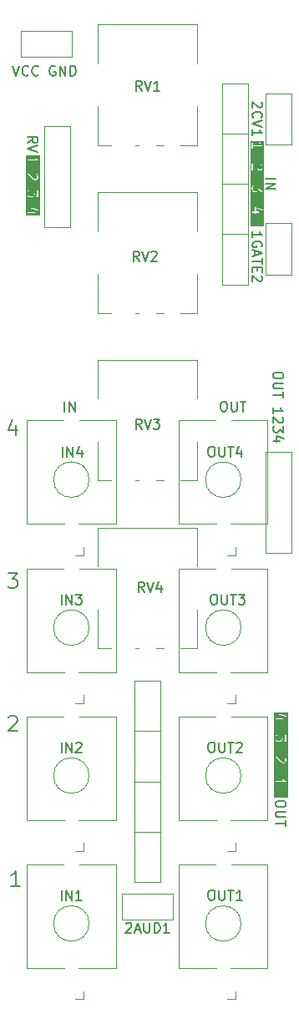
<source format=gbr>
%TF.GenerationSoftware,KiCad,Pcbnew,8.0.5*%
%TF.CreationDate,2024-12-18T11:45:47+00:00*%
%TF.ProjectId,EuroRackPotsJacks,4575726f-5261-4636-9b50-6f74734a6163,rev?*%
%TF.SameCoordinates,Original*%
%TF.FileFunction,Legend,Top*%
%TF.FilePolarity,Positive*%
%FSLAX46Y46*%
G04 Gerber Fmt 4.6, Leading zero omitted, Abs format (unit mm)*
G04 Created by KiCad (PCBNEW 8.0.5) date 2024-12-18 11:45:47*
%MOMM*%
%LPD*%
G01*
G04 APERTURE LIST*
%ADD10C,0.100000*%
%ADD11C,0.150000*%
%ADD12C,0.200000*%
%ADD13C,0.187500*%
%ADD14C,0.120000*%
G04 APERTURE END LIST*
D10*
X75251705Y-61459436D02*
X72644000Y-61459436D01*
X75244436Y-71631898D02*
X72644000Y-71631898D01*
X75244000Y-66543000D02*
X72584000Y-66543000D01*
X66264095Y-132194862D02*
X63724095Y-132194862D01*
X66263659Y-127110964D02*
X63723659Y-127110964D01*
X66271364Y-122022400D02*
X63731364Y-122022400D01*
D11*
X62809714Y-141536057D02*
X62857333Y-141488438D01*
X62857333Y-141488438D02*
X62952571Y-141440819D01*
X62952571Y-141440819D02*
X63190666Y-141440819D01*
X63190666Y-141440819D02*
X63285904Y-141488438D01*
X63285904Y-141488438D02*
X63333523Y-141536057D01*
X63333523Y-141536057D02*
X63381142Y-141631295D01*
X63381142Y-141631295D02*
X63381142Y-141726533D01*
X63381142Y-141726533D02*
X63333523Y-141869390D01*
X63333523Y-141869390D02*
X62762095Y-142440819D01*
X62762095Y-142440819D02*
X63381142Y-142440819D01*
X63762095Y-142155104D02*
X64238285Y-142155104D01*
X63666857Y-142440819D02*
X64000190Y-141440819D01*
X64000190Y-141440819D02*
X64333523Y-142440819D01*
X64666857Y-141440819D02*
X64666857Y-142250342D01*
X64666857Y-142250342D02*
X64714476Y-142345580D01*
X64714476Y-142345580D02*
X64762095Y-142393200D01*
X64762095Y-142393200D02*
X64857333Y-142440819D01*
X64857333Y-142440819D02*
X65047809Y-142440819D01*
X65047809Y-142440819D02*
X65143047Y-142393200D01*
X65143047Y-142393200D02*
X65190666Y-142345580D01*
X65190666Y-142345580D02*
X65238285Y-142250342D01*
X65238285Y-142250342D02*
X65238285Y-141440819D01*
X65714476Y-142440819D02*
X65714476Y-141440819D01*
X65714476Y-141440819D02*
X65952571Y-141440819D01*
X65952571Y-141440819D02*
X66095428Y-141488438D01*
X66095428Y-141488438D02*
X66190666Y-141583676D01*
X66190666Y-141583676D02*
X66238285Y-141678914D01*
X66238285Y-141678914D02*
X66285904Y-141869390D01*
X66285904Y-141869390D02*
X66285904Y-142012247D01*
X66285904Y-142012247D02*
X66238285Y-142202723D01*
X66238285Y-142202723D02*
X66190666Y-142297961D01*
X66190666Y-142297961D02*
X66095428Y-142393200D01*
X66095428Y-142393200D02*
X65952571Y-142440819D01*
X65952571Y-142440819D02*
X65714476Y-142440819D01*
X67238285Y-142440819D02*
X66666857Y-142440819D01*
X66952571Y-142440819D02*
X66952571Y-141440819D01*
X66952571Y-141440819D02*
X66857333Y-141583676D01*
X66857333Y-141583676D02*
X66762095Y-141678914D01*
X66762095Y-141678914D02*
X66666857Y-141726533D01*
X56626191Y-89608819D02*
X56626191Y-88608819D01*
X57102381Y-89608819D02*
X57102381Y-88608819D01*
X57102381Y-88608819D02*
X57673809Y-89608819D01*
X57673809Y-89608819D02*
X57673809Y-88608819D01*
X72660000Y-88608819D02*
X72850476Y-88608819D01*
X72850476Y-88608819D02*
X72945714Y-88656438D01*
X72945714Y-88656438D02*
X73040952Y-88751676D01*
X73040952Y-88751676D02*
X73088571Y-88942152D01*
X73088571Y-88942152D02*
X73088571Y-89275485D01*
X73088571Y-89275485D02*
X73040952Y-89465961D01*
X73040952Y-89465961D02*
X72945714Y-89561200D01*
X72945714Y-89561200D02*
X72850476Y-89608819D01*
X72850476Y-89608819D02*
X72660000Y-89608819D01*
X72660000Y-89608819D02*
X72564762Y-89561200D01*
X72564762Y-89561200D02*
X72469524Y-89465961D01*
X72469524Y-89465961D02*
X72421905Y-89275485D01*
X72421905Y-89275485D02*
X72421905Y-88942152D01*
X72421905Y-88942152D02*
X72469524Y-88751676D01*
X72469524Y-88751676D02*
X72564762Y-88656438D01*
X72564762Y-88656438D02*
X72660000Y-88608819D01*
X73517143Y-88608819D02*
X73517143Y-89418342D01*
X73517143Y-89418342D02*
X73564762Y-89513580D01*
X73564762Y-89513580D02*
X73612381Y-89561200D01*
X73612381Y-89561200D02*
X73707619Y-89608819D01*
X73707619Y-89608819D02*
X73898095Y-89608819D01*
X73898095Y-89608819D02*
X73993333Y-89561200D01*
X73993333Y-89561200D02*
X74040952Y-89513580D01*
X74040952Y-89513580D02*
X74088571Y-89418342D01*
X74088571Y-89418342D02*
X74088571Y-88608819D01*
X74421905Y-88608819D02*
X74993333Y-88608819D01*
X74707619Y-89608819D02*
X74707619Y-88608819D01*
X78777180Y-85868285D02*
X78777180Y-86058761D01*
X78777180Y-86058761D02*
X78729561Y-86153999D01*
X78729561Y-86153999D02*
X78634323Y-86249237D01*
X78634323Y-86249237D02*
X78443847Y-86296856D01*
X78443847Y-86296856D02*
X78110514Y-86296856D01*
X78110514Y-86296856D02*
X77920038Y-86249237D01*
X77920038Y-86249237D02*
X77824800Y-86153999D01*
X77824800Y-86153999D02*
X77777180Y-86058761D01*
X77777180Y-86058761D02*
X77777180Y-85868285D01*
X77777180Y-85868285D02*
X77824800Y-85773047D01*
X77824800Y-85773047D02*
X77920038Y-85677809D01*
X77920038Y-85677809D02*
X78110514Y-85630190D01*
X78110514Y-85630190D02*
X78443847Y-85630190D01*
X78443847Y-85630190D02*
X78634323Y-85677809D01*
X78634323Y-85677809D02*
X78729561Y-85773047D01*
X78729561Y-85773047D02*
X78777180Y-85868285D01*
X78777180Y-86725428D02*
X77967657Y-86725428D01*
X77967657Y-86725428D02*
X77872419Y-86773047D01*
X77872419Y-86773047D02*
X77824800Y-86820666D01*
X77824800Y-86820666D02*
X77777180Y-86915904D01*
X77777180Y-86915904D02*
X77777180Y-87106380D01*
X77777180Y-87106380D02*
X77824800Y-87201618D01*
X77824800Y-87201618D02*
X77872419Y-87249237D01*
X77872419Y-87249237D02*
X77967657Y-87296856D01*
X77967657Y-87296856D02*
X78777180Y-87296856D01*
X78777180Y-87630190D02*
X78777180Y-88201618D01*
X77777180Y-87915904D02*
X78777180Y-87915904D01*
X77777180Y-89820666D02*
X77777180Y-89249238D01*
X77777180Y-89534952D02*
X78777180Y-89534952D01*
X78777180Y-89534952D02*
X78634323Y-89439714D01*
X78634323Y-89439714D02*
X78539085Y-89344476D01*
X78539085Y-89344476D02*
X78491466Y-89249238D01*
X78681942Y-90201619D02*
X78729561Y-90249238D01*
X78729561Y-90249238D02*
X78777180Y-90344476D01*
X78777180Y-90344476D02*
X78777180Y-90582571D01*
X78777180Y-90582571D02*
X78729561Y-90677809D01*
X78729561Y-90677809D02*
X78681942Y-90725428D01*
X78681942Y-90725428D02*
X78586704Y-90773047D01*
X78586704Y-90773047D02*
X78491466Y-90773047D01*
X78491466Y-90773047D02*
X78348609Y-90725428D01*
X78348609Y-90725428D02*
X77777180Y-90154000D01*
X77777180Y-90154000D02*
X77777180Y-90773047D01*
X78777180Y-91106381D02*
X78777180Y-91725428D01*
X78777180Y-91725428D02*
X78396228Y-91392095D01*
X78396228Y-91392095D02*
X78396228Y-91534952D01*
X78396228Y-91534952D02*
X78348609Y-91630190D01*
X78348609Y-91630190D02*
X78300990Y-91677809D01*
X78300990Y-91677809D02*
X78205752Y-91725428D01*
X78205752Y-91725428D02*
X77967657Y-91725428D01*
X77967657Y-91725428D02*
X77872419Y-91677809D01*
X77872419Y-91677809D02*
X77824800Y-91630190D01*
X77824800Y-91630190D02*
X77777180Y-91534952D01*
X77777180Y-91534952D02*
X77777180Y-91249238D01*
X77777180Y-91249238D02*
X77824800Y-91154000D01*
X77824800Y-91154000D02*
X77872419Y-91106381D01*
X78443847Y-92582571D02*
X77777180Y-92582571D01*
X78824800Y-92344476D02*
X78110514Y-92106381D01*
X78110514Y-92106381D02*
X78110514Y-92725428D01*
D12*
X51371905Y-54570219D02*
X51705238Y-55570219D01*
X51705238Y-55570219D02*
X52038571Y-54570219D01*
X52943333Y-55474980D02*
X52895714Y-55522600D01*
X52895714Y-55522600D02*
X52752857Y-55570219D01*
X52752857Y-55570219D02*
X52657619Y-55570219D01*
X52657619Y-55570219D02*
X52514762Y-55522600D01*
X52514762Y-55522600D02*
X52419524Y-55427361D01*
X52419524Y-55427361D02*
X52371905Y-55332123D01*
X52371905Y-55332123D02*
X52324286Y-55141647D01*
X52324286Y-55141647D02*
X52324286Y-54998790D01*
X52324286Y-54998790D02*
X52371905Y-54808314D01*
X52371905Y-54808314D02*
X52419524Y-54713076D01*
X52419524Y-54713076D02*
X52514762Y-54617838D01*
X52514762Y-54617838D02*
X52657619Y-54570219D01*
X52657619Y-54570219D02*
X52752857Y-54570219D01*
X52752857Y-54570219D02*
X52895714Y-54617838D01*
X52895714Y-54617838D02*
X52943333Y-54665457D01*
X53943333Y-55474980D02*
X53895714Y-55522600D01*
X53895714Y-55522600D02*
X53752857Y-55570219D01*
X53752857Y-55570219D02*
X53657619Y-55570219D01*
X53657619Y-55570219D02*
X53514762Y-55522600D01*
X53514762Y-55522600D02*
X53419524Y-55427361D01*
X53419524Y-55427361D02*
X53371905Y-55332123D01*
X53371905Y-55332123D02*
X53324286Y-55141647D01*
X53324286Y-55141647D02*
X53324286Y-54998790D01*
X53324286Y-54998790D02*
X53371905Y-54808314D01*
X53371905Y-54808314D02*
X53419524Y-54713076D01*
X53419524Y-54713076D02*
X53514762Y-54617838D01*
X53514762Y-54617838D02*
X53657619Y-54570219D01*
X53657619Y-54570219D02*
X53752857Y-54570219D01*
X53752857Y-54570219D02*
X53895714Y-54617838D01*
X53895714Y-54617838D02*
X53943333Y-54665457D01*
X55657619Y-54617838D02*
X55562381Y-54570219D01*
X55562381Y-54570219D02*
X55419524Y-54570219D01*
X55419524Y-54570219D02*
X55276667Y-54617838D01*
X55276667Y-54617838D02*
X55181429Y-54713076D01*
X55181429Y-54713076D02*
X55133810Y-54808314D01*
X55133810Y-54808314D02*
X55086191Y-54998790D01*
X55086191Y-54998790D02*
X55086191Y-55141647D01*
X55086191Y-55141647D02*
X55133810Y-55332123D01*
X55133810Y-55332123D02*
X55181429Y-55427361D01*
X55181429Y-55427361D02*
X55276667Y-55522600D01*
X55276667Y-55522600D02*
X55419524Y-55570219D01*
X55419524Y-55570219D02*
X55514762Y-55570219D01*
X55514762Y-55570219D02*
X55657619Y-55522600D01*
X55657619Y-55522600D02*
X55705238Y-55474980D01*
X55705238Y-55474980D02*
X55705238Y-55141647D01*
X55705238Y-55141647D02*
X55514762Y-55141647D01*
X56133810Y-55570219D02*
X56133810Y-54570219D01*
X56133810Y-54570219D02*
X56705238Y-55570219D01*
X56705238Y-55570219D02*
X56705238Y-54570219D01*
X57181429Y-55570219D02*
X57181429Y-54570219D01*
X57181429Y-54570219D02*
X57419524Y-54570219D01*
X57419524Y-54570219D02*
X57562381Y-54617838D01*
X57562381Y-54617838D02*
X57657619Y-54713076D01*
X57657619Y-54713076D02*
X57705238Y-54808314D01*
X57705238Y-54808314D02*
X57752857Y-54998790D01*
X57752857Y-54998790D02*
X57752857Y-55141647D01*
X57752857Y-55141647D02*
X57705238Y-55332123D01*
X57705238Y-55332123D02*
X57657619Y-55427361D01*
X57657619Y-55427361D02*
X57562381Y-55522600D01*
X57562381Y-55522600D02*
X57419524Y-55570219D01*
X57419524Y-55570219D02*
X57181429Y-55570219D01*
D10*
G36*
X79237185Y-128760162D02*
G01*
X77867469Y-128760162D01*
X77867469Y-127840952D01*
X78359533Y-127840952D01*
X78359533Y-128602857D01*
X78363339Y-128621991D01*
X78390399Y-128649051D01*
X78428667Y-128649051D01*
X78455727Y-128621991D01*
X78459533Y-128602857D01*
X78459533Y-127840952D01*
X78455727Y-127821818D01*
X78428667Y-127794758D01*
X78390399Y-127794758D01*
X78363339Y-127821818D01*
X78359533Y-127840952D01*
X77867469Y-127840952D01*
X77867469Y-126840952D01*
X77978580Y-126840952D01*
X77978580Y-127412380D01*
X77982386Y-127431514D01*
X78009446Y-127458574D01*
X78047714Y-127458574D01*
X78074774Y-127431514D01*
X78078580Y-127412380D01*
X78078580Y-127176666D01*
X79028580Y-127176666D01*
X79047714Y-127172860D01*
X79051354Y-127169219D01*
X79056402Y-127168210D01*
X79064479Y-127156094D01*
X79074774Y-127145800D01*
X79074774Y-127140653D01*
X79077630Y-127136370D01*
X79074774Y-127122091D01*
X79074774Y-127107532D01*
X79071133Y-127103891D01*
X79070124Y-127098844D01*
X79056315Y-127085064D01*
X78917574Y-126992569D01*
X78831578Y-126906573D01*
X78787587Y-126818591D01*
X78775626Y-126803179D01*
X78739321Y-126791078D01*
X78705093Y-126808192D01*
X78692992Y-126844497D01*
X78698145Y-126863313D01*
X78745763Y-126958550D01*
X78750678Y-126964883D01*
X78755130Y-126971545D01*
X78850368Y-127066783D01*
X78854481Y-127069531D01*
X78857988Y-127073031D01*
X78863441Y-127076666D01*
X78078580Y-127076666D01*
X78078580Y-126840952D01*
X78074774Y-126821818D01*
X78047714Y-126794758D01*
X78009446Y-126794758D01*
X77982386Y-126821818D01*
X77978580Y-126840952D01*
X77867469Y-126840952D01*
X77867469Y-125650476D01*
X78359533Y-125650476D01*
X78359533Y-126412381D01*
X78363339Y-126431515D01*
X78390399Y-126458575D01*
X78428667Y-126458575D01*
X78455727Y-126431515D01*
X78459533Y-126412381D01*
X78459533Y-125650476D01*
X78455727Y-125631342D01*
X78428667Y-125604282D01*
X78390399Y-125604282D01*
X78363339Y-125631342D01*
X78359533Y-125650476D01*
X77867469Y-125650476D01*
X77867469Y-124602857D01*
X77978580Y-124602857D01*
X77978580Y-125221904D01*
X77982386Y-125241038D01*
X78009446Y-125268098D01*
X78047714Y-125268098D01*
X78074774Y-125241038D01*
X78078580Y-125221904D01*
X78078580Y-124723566D01*
X78564654Y-125209640D01*
X78566735Y-125211030D01*
X78567249Y-125212058D01*
X78574214Y-125216028D01*
X78580875Y-125220479D01*
X78582023Y-125220479D01*
X78584198Y-125221719D01*
X78727054Y-125269338D01*
X78735004Y-125270340D01*
X78742866Y-125271904D01*
X78838104Y-125271904D01*
X78840560Y-125271415D01*
X78841649Y-125271778D01*
X78849376Y-125269661D01*
X78857238Y-125268098D01*
X78858049Y-125267286D01*
X78860465Y-125266625D01*
X78955702Y-125219007D01*
X78962035Y-125214091D01*
X78968697Y-125209640D01*
X79016316Y-125162022D01*
X79020770Y-125155355D01*
X79025682Y-125149027D01*
X79073301Y-125053789D01*
X79073962Y-125051373D01*
X79074774Y-125050562D01*
X79076337Y-125042700D01*
X79078454Y-125034973D01*
X79078091Y-125033884D01*
X79078580Y-125031428D01*
X79078580Y-124793333D01*
X79078091Y-124790876D01*
X79078454Y-124789788D01*
X79076337Y-124782060D01*
X79074774Y-124774199D01*
X79073962Y-124773387D01*
X79073301Y-124770972D01*
X79025682Y-124675734D01*
X79020770Y-124669405D01*
X79016316Y-124662739D01*
X78968697Y-124615121D01*
X78952476Y-124604282D01*
X78914208Y-124604282D01*
X78887148Y-124631342D01*
X78887148Y-124669610D01*
X78897987Y-124685831D01*
X78939868Y-124727713D01*
X78978580Y-124805136D01*
X78978580Y-125019624D01*
X78939868Y-125097047D01*
X78903724Y-125133192D01*
X78826301Y-125171904D01*
X78750979Y-125171904D01*
X78627017Y-125130583D01*
X78063935Y-124567502D01*
X78047714Y-124556663D01*
X78009446Y-124556663D01*
X77982386Y-124583723D01*
X77978580Y-124602857D01*
X77867469Y-124602857D01*
X77867469Y-123460000D01*
X78359533Y-123460000D01*
X78359533Y-124221905D01*
X78363339Y-124241039D01*
X78390399Y-124268099D01*
X78428667Y-124268099D01*
X78455727Y-124241039D01*
X78459533Y-124221905D01*
X78459533Y-123460000D01*
X78455727Y-123440866D01*
X78428667Y-123413806D01*
X78390399Y-123413806D01*
X78363339Y-123440866D01*
X78359533Y-123460000D01*
X77867469Y-123460000D01*
X77867469Y-122555238D01*
X77978580Y-122555238D01*
X77978580Y-122840952D01*
X77979068Y-122843408D01*
X77978706Y-122844497D01*
X77980822Y-122852224D01*
X77982386Y-122860086D01*
X77983197Y-122860897D01*
X77983859Y-122863313D01*
X78031479Y-122958551D01*
X78036394Y-122964885D01*
X78040845Y-122971545D01*
X78088463Y-123019164D01*
X78095129Y-123023618D01*
X78101458Y-123028530D01*
X78196696Y-123076149D01*
X78199111Y-123076810D01*
X78199923Y-123077622D01*
X78207784Y-123079185D01*
X78215512Y-123081302D01*
X78216600Y-123080939D01*
X78219057Y-123081428D01*
X78457152Y-123081428D01*
X78459608Y-123080939D01*
X78460697Y-123081302D01*
X78468424Y-123079185D01*
X78476286Y-123077622D01*
X78477097Y-123076810D01*
X78479513Y-123076149D01*
X78574750Y-123028531D01*
X78581083Y-123023615D01*
X78587745Y-123019164D01*
X78635364Y-122971546D01*
X78639818Y-122964879D01*
X78644730Y-122958551D01*
X78692349Y-122863313D01*
X78693010Y-122860897D01*
X78693822Y-122860086D01*
X78695385Y-122852224D01*
X78697502Y-122844497D01*
X78697139Y-122843408D01*
X78697628Y-122840952D01*
X78697628Y-122808283D01*
X78995655Y-123069057D01*
X79007975Y-123076151D01*
X79009446Y-123077622D01*
X79010529Y-123077622D01*
X79012561Y-123078792D01*
X79030115Y-123077622D01*
X79047714Y-123077622D01*
X79048970Y-123076365D01*
X79050745Y-123076247D01*
X79062333Y-123063002D01*
X79074774Y-123050562D01*
X79075231Y-123048261D01*
X79075944Y-123047447D01*
X79075805Y-123045374D01*
X79078580Y-123031428D01*
X79078580Y-122412381D01*
X79074774Y-122393247D01*
X79047714Y-122366187D01*
X79009446Y-122366187D01*
X78982386Y-122393247D01*
X78978580Y-122412381D01*
X78978580Y-122921239D01*
X78680553Y-122660466D01*
X78668232Y-122653371D01*
X78666762Y-122651901D01*
X78665679Y-122651901D01*
X78663647Y-122650731D01*
X78646093Y-122651901D01*
X78628494Y-122651901D01*
X78627237Y-122653157D01*
X78625463Y-122653276D01*
X78613874Y-122666520D01*
X78601434Y-122678961D01*
X78600976Y-122681261D01*
X78600264Y-122682076D01*
X78600402Y-122684148D01*
X78597628Y-122698095D01*
X78597628Y-122829148D01*
X78558916Y-122906571D01*
X78522772Y-122942716D01*
X78445349Y-122981428D01*
X78230861Y-122981428D01*
X78153437Y-122942716D01*
X78117292Y-122906572D01*
X78078580Y-122829148D01*
X78078580Y-122567041D01*
X78117292Y-122489617D01*
X78159174Y-122447737D01*
X78170013Y-122431516D01*
X78170013Y-122393247D01*
X78142953Y-122366187D01*
X78104684Y-122366187D01*
X78088463Y-122377026D01*
X78040845Y-122424645D01*
X78036394Y-122431304D01*
X78031479Y-122437639D01*
X77983859Y-122532877D01*
X77983197Y-122535292D01*
X77982386Y-122536104D01*
X77980822Y-122543965D01*
X77978706Y-122551693D01*
X77979068Y-122552781D01*
X77978580Y-122555238D01*
X77867469Y-122555238D01*
X77867469Y-121269524D01*
X78359533Y-121269524D01*
X78359533Y-122031429D01*
X78363339Y-122050563D01*
X78390399Y-122077623D01*
X78428667Y-122077623D01*
X78455727Y-122050563D01*
X78459533Y-122031429D01*
X78459533Y-121269524D01*
X78455727Y-121250390D01*
X78428667Y-121223330D01*
X78390399Y-121223330D01*
X78363339Y-121250390D01*
X78359533Y-121269524D01*
X77867469Y-121269524D01*
X77867469Y-120726580D01*
X77982386Y-120726580D01*
X77982386Y-120764848D01*
X78009446Y-120791908D01*
X78028580Y-120795714D01*
X78311914Y-120795714D01*
X78311914Y-120888571D01*
X78315720Y-120907705D01*
X78342780Y-120934765D01*
X78381048Y-120934765D01*
X78408108Y-120907705D01*
X78411914Y-120888571D01*
X78411914Y-120795714D01*
X78695247Y-120795714D01*
X78714381Y-120791908D01*
X78741441Y-120764848D01*
X78741441Y-120726580D01*
X78714381Y-120699520D01*
X78695247Y-120695714D01*
X78411914Y-120695714D01*
X78411914Y-120338895D01*
X79060388Y-120555053D01*
X79079744Y-120557493D01*
X79113972Y-120540379D01*
X79126074Y-120504075D01*
X79108959Y-120469846D01*
X79092011Y-120460185D01*
X78377725Y-120222090D01*
X78358370Y-120219650D01*
X78351010Y-120223330D01*
X78342780Y-120223330D01*
X78334550Y-120231559D01*
X78324141Y-120236764D01*
X78321538Y-120244571D01*
X78315720Y-120250390D01*
X78311914Y-120269524D01*
X78311914Y-120695714D01*
X78028580Y-120695714D01*
X78009446Y-120699520D01*
X77982386Y-120726580D01*
X77867469Y-120726580D01*
X77867469Y-120108539D01*
X79237185Y-120108539D01*
X79237185Y-128760162D01*
G37*
D11*
X79031180Y-129302000D02*
X79031180Y-129492476D01*
X79031180Y-129492476D02*
X78983561Y-129587714D01*
X78983561Y-129587714D02*
X78888323Y-129682952D01*
X78888323Y-129682952D02*
X78697847Y-129730571D01*
X78697847Y-129730571D02*
X78364514Y-129730571D01*
X78364514Y-129730571D02*
X78174038Y-129682952D01*
X78174038Y-129682952D02*
X78078800Y-129587714D01*
X78078800Y-129587714D02*
X78031180Y-129492476D01*
X78031180Y-129492476D02*
X78031180Y-129302000D01*
X78031180Y-129302000D02*
X78078800Y-129206762D01*
X78078800Y-129206762D02*
X78174038Y-129111524D01*
X78174038Y-129111524D02*
X78364514Y-129063905D01*
X78364514Y-129063905D02*
X78697847Y-129063905D01*
X78697847Y-129063905D02*
X78888323Y-129111524D01*
X78888323Y-129111524D02*
X78983561Y-129206762D01*
X78983561Y-129206762D02*
X79031180Y-129302000D01*
X79031180Y-130159143D02*
X78221657Y-130159143D01*
X78221657Y-130159143D02*
X78126419Y-130206762D01*
X78126419Y-130206762D02*
X78078800Y-130254381D01*
X78078800Y-130254381D02*
X78031180Y-130349619D01*
X78031180Y-130349619D02*
X78031180Y-130540095D01*
X78031180Y-130540095D02*
X78078800Y-130635333D01*
X78078800Y-130635333D02*
X78126419Y-130682952D01*
X78126419Y-130682952D02*
X78221657Y-130730571D01*
X78221657Y-130730571D02*
X79031180Y-130730571D01*
X79031180Y-131063905D02*
X79031180Y-131635333D01*
X78031180Y-131349619D02*
X79031180Y-131349619D01*
X76549942Y-58253524D02*
X76597561Y-58301143D01*
X76597561Y-58301143D02*
X76645180Y-58396381D01*
X76645180Y-58396381D02*
X76645180Y-58634476D01*
X76645180Y-58634476D02*
X76597561Y-58729714D01*
X76597561Y-58729714D02*
X76549942Y-58777333D01*
X76549942Y-58777333D02*
X76454704Y-58824952D01*
X76454704Y-58824952D02*
X76359466Y-58824952D01*
X76359466Y-58824952D02*
X76216609Y-58777333D01*
X76216609Y-58777333D02*
X75645180Y-58205905D01*
X75645180Y-58205905D02*
X75645180Y-58824952D01*
X75740419Y-59824952D02*
X75692800Y-59777333D01*
X75692800Y-59777333D02*
X75645180Y-59634476D01*
X75645180Y-59634476D02*
X75645180Y-59539238D01*
X75645180Y-59539238D02*
X75692800Y-59396381D01*
X75692800Y-59396381D02*
X75788038Y-59301143D01*
X75788038Y-59301143D02*
X75883276Y-59253524D01*
X75883276Y-59253524D02*
X76073752Y-59205905D01*
X76073752Y-59205905D02*
X76216609Y-59205905D01*
X76216609Y-59205905D02*
X76407085Y-59253524D01*
X76407085Y-59253524D02*
X76502323Y-59301143D01*
X76502323Y-59301143D02*
X76597561Y-59396381D01*
X76597561Y-59396381D02*
X76645180Y-59539238D01*
X76645180Y-59539238D02*
X76645180Y-59634476D01*
X76645180Y-59634476D02*
X76597561Y-59777333D01*
X76597561Y-59777333D02*
X76549942Y-59824952D01*
X76645180Y-60110667D02*
X75645180Y-60444000D01*
X75645180Y-60444000D02*
X76645180Y-60777333D01*
X75645180Y-61634476D02*
X75645180Y-61063048D01*
X75645180Y-61348762D02*
X76645180Y-61348762D01*
X76645180Y-61348762D02*
X76502323Y-61253524D01*
X76502323Y-61253524D02*
X76407085Y-61158286D01*
X76407085Y-61158286D02*
X76359466Y-61063048D01*
X77015180Y-66024191D02*
X78015180Y-66024191D01*
X77015180Y-66500381D02*
X78015180Y-66500381D01*
X78015180Y-66500381D02*
X77015180Y-67071809D01*
X77015180Y-67071809D02*
X78015180Y-67071809D01*
X52885180Y-62364952D02*
X53361371Y-62031619D01*
X52885180Y-61793524D02*
X53885180Y-61793524D01*
X53885180Y-61793524D02*
X53885180Y-62174476D01*
X53885180Y-62174476D02*
X53837561Y-62269714D01*
X53837561Y-62269714D02*
X53789942Y-62317333D01*
X53789942Y-62317333D02*
X53694704Y-62364952D01*
X53694704Y-62364952D02*
X53551847Y-62364952D01*
X53551847Y-62364952D02*
X53456609Y-62317333D01*
X53456609Y-62317333D02*
X53408990Y-62269714D01*
X53408990Y-62269714D02*
X53361371Y-62174476D01*
X53361371Y-62174476D02*
X53361371Y-61793524D01*
X53885180Y-62650667D02*
X52885180Y-62984000D01*
X52885180Y-62984000D02*
X53885180Y-63317333D01*
D10*
G36*
X54091185Y-69737114D02*
G01*
X52721469Y-69737114D01*
X52721469Y-69417818D01*
X52836386Y-69417818D01*
X52836386Y-69456086D01*
X52863446Y-69483146D01*
X52882580Y-69486952D01*
X53165914Y-69486952D01*
X53165914Y-69579809D01*
X53169720Y-69598943D01*
X53196780Y-69626003D01*
X53235048Y-69626003D01*
X53262108Y-69598943D01*
X53265914Y-69579809D01*
X53265914Y-69486952D01*
X53549247Y-69486952D01*
X53568381Y-69483146D01*
X53595441Y-69456086D01*
X53595441Y-69417818D01*
X53568381Y-69390758D01*
X53549247Y-69386952D01*
X53265914Y-69386952D01*
X53265914Y-69030133D01*
X53914388Y-69246291D01*
X53933744Y-69248731D01*
X53967972Y-69231617D01*
X53980074Y-69195313D01*
X53962959Y-69161084D01*
X53946011Y-69151423D01*
X53231725Y-68913328D01*
X53212370Y-68910888D01*
X53205010Y-68914568D01*
X53196780Y-68914568D01*
X53188550Y-68922797D01*
X53178141Y-68928002D01*
X53175538Y-68935809D01*
X53169720Y-68941628D01*
X53165914Y-68960762D01*
X53165914Y-69386952D01*
X52882580Y-69386952D01*
X52863446Y-69390758D01*
X52836386Y-69417818D01*
X52721469Y-69417818D01*
X52721469Y-67341714D01*
X52832580Y-67341714D01*
X52832580Y-67627428D01*
X52833068Y-67629884D01*
X52832706Y-67630973D01*
X52834822Y-67638700D01*
X52836386Y-67646562D01*
X52837197Y-67647373D01*
X52837859Y-67649789D01*
X52885479Y-67745027D01*
X52890394Y-67751361D01*
X52894845Y-67758021D01*
X52942463Y-67805640D01*
X52949129Y-67810094D01*
X52955458Y-67815006D01*
X53050696Y-67862625D01*
X53053111Y-67863286D01*
X53053923Y-67864098D01*
X53061784Y-67865661D01*
X53069512Y-67867778D01*
X53070600Y-67867415D01*
X53073057Y-67867904D01*
X53311152Y-67867904D01*
X53313608Y-67867415D01*
X53314697Y-67867778D01*
X53322424Y-67865661D01*
X53330286Y-67864098D01*
X53331097Y-67863286D01*
X53333513Y-67862625D01*
X53428750Y-67815007D01*
X53435083Y-67810091D01*
X53441745Y-67805640D01*
X53489364Y-67758022D01*
X53493818Y-67751355D01*
X53498730Y-67745027D01*
X53546349Y-67649789D01*
X53547010Y-67647373D01*
X53547822Y-67646562D01*
X53549385Y-67638700D01*
X53551502Y-67630973D01*
X53551139Y-67629884D01*
X53551628Y-67627428D01*
X53551628Y-67594759D01*
X53849655Y-67855533D01*
X53861975Y-67862627D01*
X53863446Y-67864098D01*
X53864529Y-67864098D01*
X53866561Y-67865268D01*
X53884115Y-67864098D01*
X53901714Y-67864098D01*
X53902970Y-67862841D01*
X53904745Y-67862723D01*
X53916333Y-67849478D01*
X53928774Y-67837038D01*
X53929231Y-67834737D01*
X53929944Y-67833923D01*
X53929805Y-67831850D01*
X53932580Y-67817904D01*
X53932580Y-67198857D01*
X53928774Y-67179723D01*
X53901714Y-67152663D01*
X53863446Y-67152663D01*
X53836386Y-67179723D01*
X53832580Y-67198857D01*
X53832580Y-67707715D01*
X53534553Y-67446942D01*
X53522232Y-67439847D01*
X53520762Y-67438377D01*
X53519679Y-67438377D01*
X53517647Y-67437207D01*
X53500093Y-67438377D01*
X53482494Y-67438377D01*
X53481237Y-67439633D01*
X53479463Y-67439752D01*
X53467874Y-67452996D01*
X53455434Y-67465437D01*
X53454976Y-67467737D01*
X53454264Y-67468552D01*
X53454402Y-67470624D01*
X53451628Y-67484571D01*
X53451628Y-67615624D01*
X53412916Y-67693047D01*
X53376772Y-67729192D01*
X53299349Y-67767904D01*
X53084861Y-67767904D01*
X53007437Y-67729192D01*
X52971292Y-67693048D01*
X52932580Y-67615624D01*
X52932580Y-67353517D01*
X52971292Y-67276093D01*
X53013174Y-67234213D01*
X53024013Y-67217992D01*
X53024013Y-67179723D01*
X52996953Y-67152663D01*
X52958684Y-67152663D01*
X52942463Y-67163502D01*
X52894845Y-67211121D01*
X52890394Y-67217780D01*
X52885479Y-67224115D01*
X52837859Y-67319353D01*
X52837197Y-67321768D01*
X52836386Y-67322580D01*
X52834822Y-67330441D01*
X52832706Y-67338169D01*
X52833068Y-67339257D01*
X52832580Y-67341714D01*
X52721469Y-67341714D01*
X52721469Y-65484571D01*
X52832580Y-65484571D01*
X52832580Y-66103618D01*
X52836386Y-66122752D01*
X52863446Y-66149812D01*
X52901714Y-66149812D01*
X52928774Y-66122752D01*
X52932580Y-66103618D01*
X52932580Y-65605280D01*
X53418654Y-66091354D01*
X53420735Y-66092744D01*
X53421249Y-66093772D01*
X53428214Y-66097742D01*
X53434875Y-66102193D01*
X53436023Y-66102193D01*
X53438198Y-66103433D01*
X53581054Y-66151052D01*
X53589004Y-66152054D01*
X53596866Y-66153618D01*
X53692104Y-66153618D01*
X53694560Y-66153129D01*
X53695649Y-66153492D01*
X53703376Y-66151375D01*
X53711238Y-66149812D01*
X53712049Y-66149000D01*
X53714465Y-66148339D01*
X53809702Y-66100721D01*
X53816035Y-66095805D01*
X53822697Y-66091354D01*
X53870316Y-66043736D01*
X53874770Y-66037069D01*
X53879682Y-66030741D01*
X53927301Y-65935503D01*
X53927962Y-65933087D01*
X53928774Y-65932276D01*
X53930337Y-65924414D01*
X53932454Y-65916687D01*
X53932091Y-65915598D01*
X53932580Y-65913142D01*
X53932580Y-65675047D01*
X53932091Y-65672590D01*
X53932454Y-65671502D01*
X53930337Y-65663774D01*
X53928774Y-65655913D01*
X53927962Y-65655101D01*
X53927301Y-65652686D01*
X53879682Y-65557448D01*
X53874770Y-65551119D01*
X53870316Y-65544453D01*
X53822697Y-65496835D01*
X53806476Y-65485996D01*
X53768208Y-65485996D01*
X53741148Y-65513056D01*
X53741148Y-65551324D01*
X53751987Y-65567545D01*
X53793868Y-65609427D01*
X53832580Y-65686850D01*
X53832580Y-65901338D01*
X53793868Y-65978761D01*
X53757724Y-66014906D01*
X53680301Y-66053618D01*
X53604979Y-66053618D01*
X53481017Y-66012297D01*
X52917935Y-65449216D01*
X52901714Y-65438377D01*
X52863446Y-65438377D01*
X52836386Y-65465437D01*
X52832580Y-65484571D01*
X52721469Y-65484571D01*
X52721469Y-63817904D01*
X52832580Y-63817904D01*
X52832580Y-64389332D01*
X52836386Y-64408466D01*
X52863446Y-64435526D01*
X52901714Y-64435526D01*
X52928774Y-64408466D01*
X52932580Y-64389332D01*
X52932580Y-64153618D01*
X53882580Y-64153618D01*
X53901714Y-64149812D01*
X53905354Y-64146171D01*
X53910402Y-64145162D01*
X53918479Y-64133046D01*
X53928774Y-64122752D01*
X53928774Y-64117605D01*
X53931630Y-64113322D01*
X53928774Y-64099043D01*
X53928774Y-64084484D01*
X53925133Y-64080843D01*
X53924124Y-64075796D01*
X53910315Y-64062016D01*
X53771574Y-63969521D01*
X53685578Y-63883525D01*
X53641587Y-63795543D01*
X53629626Y-63780131D01*
X53593321Y-63768030D01*
X53559093Y-63785144D01*
X53546992Y-63821449D01*
X53552145Y-63840265D01*
X53599763Y-63935502D01*
X53604678Y-63941835D01*
X53609130Y-63948497D01*
X53704368Y-64043735D01*
X53708481Y-64046483D01*
X53711988Y-64049983D01*
X53717441Y-64053618D01*
X52932580Y-64053618D01*
X52932580Y-63817904D01*
X52928774Y-63798770D01*
X52901714Y-63771710D01*
X52863446Y-63771710D01*
X52836386Y-63798770D01*
X52832580Y-63817904D01*
X52721469Y-63817904D01*
X52721469Y-63656919D01*
X54091185Y-63656919D01*
X54091185Y-69737114D01*
G37*
D13*
X50883640Y-106002678D02*
X51812212Y-106002678D01*
X51812212Y-106002678D02*
X51312212Y-106574107D01*
X51312212Y-106574107D02*
X51526497Y-106574107D01*
X51526497Y-106574107D02*
X51669355Y-106645535D01*
X51669355Y-106645535D02*
X51740783Y-106716964D01*
X51740783Y-106716964D02*
X51812212Y-106859821D01*
X51812212Y-106859821D02*
X51812212Y-107216964D01*
X51812212Y-107216964D02*
X51740783Y-107359821D01*
X51740783Y-107359821D02*
X51669355Y-107431250D01*
X51669355Y-107431250D02*
X51526497Y-107502678D01*
X51526497Y-107502678D02*
X51097926Y-107502678D01*
X51097926Y-107502678D02*
X50955069Y-107431250D01*
X50955069Y-107431250D02*
X50883640Y-107359821D01*
X51669355Y-91008678D02*
X51669355Y-92008678D01*
X51312212Y-90437250D02*
X50955069Y-91508678D01*
X50955069Y-91508678D02*
X51883640Y-91508678D01*
D10*
G36*
X76851185Y-70848162D02*
G01*
X75481469Y-70848162D01*
X75481469Y-69928952D01*
X75973533Y-69928952D01*
X75973533Y-70690857D01*
X75977339Y-70709991D01*
X76004399Y-70737051D01*
X76042667Y-70737051D01*
X76069727Y-70709991D01*
X76073533Y-70690857D01*
X76073533Y-69928952D01*
X76069727Y-69909818D01*
X76042667Y-69882758D01*
X76004399Y-69882758D01*
X75977339Y-69909818D01*
X75973533Y-69928952D01*
X75481469Y-69928952D01*
X75481469Y-69386008D01*
X75596386Y-69386008D01*
X75596386Y-69424276D01*
X75623446Y-69451336D01*
X75642580Y-69455142D01*
X75925914Y-69455142D01*
X75925914Y-69547999D01*
X75929720Y-69567133D01*
X75956780Y-69594193D01*
X75995048Y-69594193D01*
X76022108Y-69567133D01*
X76025914Y-69547999D01*
X76025914Y-69455142D01*
X76309247Y-69455142D01*
X76328381Y-69451336D01*
X76355441Y-69424276D01*
X76355441Y-69386008D01*
X76328381Y-69358948D01*
X76309247Y-69355142D01*
X76025914Y-69355142D01*
X76025914Y-68998323D01*
X76674388Y-69214481D01*
X76693744Y-69216921D01*
X76727972Y-69199807D01*
X76740074Y-69163503D01*
X76722959Y-69129274D01*
X76706011Y-69119613D01*
X75991725Y-68881518D01*
X75972370Y-68879078D01*
X75965010Y-68882758D01*
X75956780Y-68882758D01*
X75948550Y-68890987D01*
X75938141Y-68896192D01*
X75935538Y-68903999D01*
X75929720Y-68909818D01*
X75925914Y-68928952D01*
X75925914Y-69355142D01*
X75642580Y-69355142D01*
X75623446Y-69358948D01*
X75596386Y-69386008D01*
X75481469Y-69386008D01*
X75481469Y-67738476D01*
X75973533Y-67738476D01*
X75973533Y-68500381D01*
X75977339Y-68519515D01*
X76004399Y-68546575D01*
X76042667Y-68546575D01*
X76069727Y-68519515D01*
X76073533Y-68500381D01*
X76073533Y-67738476D01*
X76069727Y-67719342D01*
X76042667Y-67692282D01*
X76004399Y-67692282D01*
X75977339Y-67719342D01*
X75973533Y-67738476D01*
X75481469Y-67738476D01*
X75481469Y-66833714D01*
X75592580Y-66833714D01*
X75592580Y-67119428D01*
X75593068Y-67121884D01*
X75592706Y-67122973D01*
X75594822Y-67130700D01*
X75596386Y-67138562D01*
X75597197Y-67139373D01*
X75597859Y-67141789D01*
X75645479Y-67237027D01*
X75650394Y-67243361D01*
X75654845Y-67250021D01*
X75702463Y-67297640D01*
X75709129Y-67302094D01*
X75715458Y-67307006D01*
X75810696Y-67354625D01*
X75813111Y-67355286D01*
X75813923Y-67356098D01*
X75821784Y-67357661D01*
X75829512Y-67359778D01*
X75830600Y-67359415D01*
X75833057Y-67359904D01*
X76071152Y-67359904D01*
X76073608Y-67359415D01*
X76074697Y-67359778D01*
X76082424Y-67357661D01*
X76090286Y-67356098D01*
X76091097Y-67355286D01*
X76093513Y-67354625D01*
X76188750Y-67307007D01*
X76195083Y-67302091D01*
X76201745Y-67297640D01*
X76249364Y-67250022D01*
X76253818Y-67243355D01*
X76258730Y-67237027D01*
X76306349Y-67141789D01*
X76307010Y-67139373D01*
X76307822Y-67138562D01*
X76309385Y-67130700D01*
X76311502Y-67122973D01*
X76311139Y-67121884D01*
X76311628Y-67119428D01*
X76311628Y-67086759D01*
X76609655Y-67347533D01*
X76621975Y-67354627D01*
X76623446Y-67356098D01*
X76624529Y-67356098D01*
X76626561Y-67357268D01*
X76644115Y-67356098D01*
X76661714Y-67356098D01*
X76662970Y-67354841D01*
X76664745Y-67354723D01*
X76676333Y-67341478D01*
X76688774Y-67329038D01*
X76689231Y-67326737D01*
X76689944Y-67325923D01*
X76689805Y-67323850D01*
X76692580Y-67309904D01*
X76692580Y-66690857D01*
X76688774Y-66671723D01*
X76661714Y-66644663D01*
X76623446Y-66644663D01*
X76596386Y-66671723D01*
X76592580Y-66690857D01*
X76592580Y-67199715D01*
X76294553Y-66938942D01*
X76282232Y-66931847D01*
X76280762Y-66930377D01*
X76279679Y-66930377D01*
X76277647Y-66929207D01*
X76260093Y-66930377D01*
X76242494Y-66930377D01*
X76241237Y-66931633D01*
X76239463Y-66931752D01*
X76227874Y-66944996D01*
X76215434Y-66957437D01*
X76214976Y-66959737D01*
X76214264Y-66960552D01*
X76214402Y-66962624D01*
X76211628Y-66976571D01*
X76211628Y-67107624D01*
X76172916Y-67185047D01*
X76136772Y-67221192D01*
X76059349Y-67259904D01*
X75844861Y-67259904D01*
X75767437Y-67221192D01*
X75731292Y-67185048D01*
X75692580Y-67107624D01*
X75692580Y-66845517D01*
X75731292Y-66768093D01*
X75773174Y-66726213D01*
X75784013Y-66709992D01*
X75784013Y-66671723D01*
X75756953Y-66644663D01*
X75718684Y-66644663D01*
X75702463Y-66655502D01*
X75654845Y-66703121D01*
X75650394Y-66709780D01*
X75645479Y-66716115D01*
X75597859Y-66811353D01*
X75597197Y-66813768D01*
X75596386Y-66814580D01*
X75594822Y-66822441D01*
X75592706Y-66830169D01*
X75593068Y-66831257D01*
X75592580Y-66833714D01*
X75481469Y-66833714D01*
X75481469Y-65548000D01*
X75973533Y-65548000D01*
X75973533Y-66309905D01*
X75977339Y-66329039D01*
X76004399Y-66356099D01*
X76042667Y-66356099D01*
X76069727Y-66329039D01*
X76073533Y-66309905D01*
X76073533Y-65548000D01*
X76069727Y-65528866D01*
X76042667Y-65501806D01*
X76004399Y-65501806D01*
X75977339Y-65528866D01*
X75973533Y-65548000D01*
X75481469Y-65548000D01*
X75481469Y-64500381D01*
X75592580Y-64500381D01*
X75592580Y-65119428D01*
X75596386Y-65138562D01*
X75623446Y-65165622D01*
X75661714Y-65165622D01*
X75688774Y-65138562D01*
X75692580Y-65119428D01*
X75692580Y-64621090D01*
X76178654Y-65107164D01*
X76180735Y-65108554D01*
X76181249Y-65109582D01*
X76188214Y-65113552D01*
X76194875Y-65118003D01*
X76196023Y-65118003D01*
X76198198Y-65119243D01*
X76341054Y-65166862D01*
X76349004Y-65167864D01*
X76356866Y-65169428D01*
X76452104Y-65169428D01*
X76454560Y-65168939D01*
X76455649Y-65169302D01*
X76463376Y-65167185D01*
X76471238Y-65165622D01*
X76472049Y-65164810D01*
X76474465Y-65164149D01*
X76569702Y-65116531D01*
X76576035Y-65111615D01*
X76582697Y-65107164D01*
X76630316Y-65059546D01*
X76634770Y-65052879D01*
X76639682Y-65046551D01*
X76687301Y-64951313D01*
X76687962Y-64948897D01*
X76688774Y-64948086D01*
X76690337Y-64940224D01*
X76692454Y-64932497D01*
X76692091Y-64931408D01*
X76692580Y-64928952D01*
X76692580Y-64690857D01*
X76692091Y-64688400D01*
X76692454Y-64687312D01*
X76690337Y-64679584D01*
X76688774Y-64671723D01*
X76687962Y-64670911D01*
X76687301Y-64668496D01*
X76639682Y-64573258D01*
X76634770Y-64566929D01*
X76630316Y-64560263D01*
X76582697Y-64512645D01*
X76566476Y-64501806D01*
X76528208Y-64501806D01*
X76501148Y-64528866D01*
X76501148Y-64567134D01*
X76511987Y-64583355D01*
X76553868Y-64625237D01*
X76592580Y-64702660D01*
X76592580Y-64917148D01*
X76553868Y-64994571D01*
X76517724Y-65030716D01*
X76440301Y-65069428D01*
X76364979Y-65069428D01*
X76241017Y-65028107D01*
X75677935Y-64465026D01*
X75661714Y-64454187D01*
X75623446Y-64454187D01*
X75596386Y-64481247D01*
X75592580Y-64500381D01*
X75481469Y-64500381D01*
X75481469Y-63357524D01*
X75973533Y-63357524D01*
X75973533Y-64119429D01*
X75977339Y-64138563D01*
X76004399Y-64165623D01*
X76042667Y-64165623D01*
X76069727Y-64138563D01*
X76073533Y-64119429D01*
X76073533Y-63357524D01*
X76069727Y-63338390D01*
X76042667Y-63311330D01*
X76004399Y-63311330D01*
X75977339Y-63338390D01*
X75973533Y-63357524D01*
X75481469Y-63357524D01*
X75481469Y-62357524D01*
X75592580Y-62357524D01*
X75592580Y-62928952D01*
X75596386Y-62948086D01*
X75623446Y-62975146D01*
X75661714Y-62975146D01*
X75688774Y-62948086D01*
X75692580Y-62928952D01*
X75692580Y-62693238D01*
X76642580Y-62693238D01*
X76661714Y-62689432D01*
X76665354Y-62685791D01*
X76670402Y-62684782D01*
X76678479Y-62672666D01*
X76688774Y-62662372D01*
X76688774Y-62657225D01*
X76691630Y-62652942D01*
X76688774Y-62638663D01*
X76688774Y-62624104D01*
X76685133Y-62620463D01*
X76684124Y-62615416D01*
X76670315Y-62601636D01*
X76531574Y-62509141D01*
X76445578Y-62423145D01*
X76401587Y-62335163D01*
X76389626Y-62319751D01*
X76353321Y-62307650D01*
X76319093Y-62324764D01*
X76306992Y-62361069D01*
X76312145Y-62379885D01*
X76359763Y-62475122D01*
X76364678Y-62481455D01*
X76369130Y-62488117D01*
X76464368Y-62583355D01*
X76468481Y-62586103D01*
X76471988Y-62589603D01*
X76477441Y-62593238D01*
X75692580Y-62593238D01*
X75692580Y-62357524D01*
X75688774Y-62338390D01*
X75661714Y-62311330D01*
X75623446Y-62311330D01*
X75596386Y-62338390D01*
X75592580Y-62357524D01*
X75481469Y-62357524D01*
X75481469Y-62196539D01*
X76851185Y-62196539D01*
X76851185Y-70848162D01*
G37*
D13*
X52066212Y-137728678D02*
X51209069Y-137728678D01*
X51637640Y-137728678D02*
X51637640Y-136228678D01*
X51637640Y-136228678D02*
X51494783Y-136442964D01*
X51494783Y-136442964D02*
X51351926Y-136585821D01*
X51351926Y-136585821D02*
X51209069Y-136657250D01*
X50955069Y-120623535D02*
X51026497Y-120552107D01*
X51026497Y-120552107D02*
X51169355Y-120480678D01*
X51169355Y-120480678D02*
X51526497Y-120480678D01*
X51526497Y-120480678D02*
X51669355Y-120552107D01*
X51669355Y-120552107D02*
X51740783Y-120623535D01*
X51740783Y-120623535D02*
X51812212Y-120766392D01*
X51812212Y-120766392D02*
X51812212Y-120909250D01*
X51812212Y-120909250D02*
X51740783Y-121123535D01*
X51740783Y-121123535D02*
X50883640Y-121980678D01*
X50883640Y-121980678D02*
X51812212Y-121980678D01*
D11*
X75645180Y-71961618D02*
X75645180Y-71390190D01*
X75645180Y-71675904D02*
X76645180Y-71675904D01*
X76645180Y-71675904D02*
X76502323Y-71580666D01*
X76502323Y-71580666D02*
X76407085Y-71485428D01*
X76407085Y-71485428D02*
X76359466Y-71390190D01*
X76597561Y-72913999D02*
X76645180Y-72818761D01*
X76645180Y-72818761D02*
X76645180Y-72675904D01*
X76645180Y-72675904D02*
X76597561Y-72533047D01*
X76597561Y-72533047D02*
X76502323Y-72437809D01*
X76502323Y-72437809D02*
X76407085Y-72390190D01*
X76407085Y-72390190D02*
X76216609Y-72342571D01*
X76216609Y-72342571D02*
X76073752Y-72342571D01*
X76073752Y-72342571D02*
X75883276Y-72390190D01*
X75883276Y-72390190D02*
X75788038Y-72437809D01*
X75788038Y-72437809D02*
X75692800Y-72533047D01*
X75692800Y-72533047D02*
X75645180Y-72675904D01*
X75645180Y-72675904D02*
X75645180Y-72771142D01*
X75645180Y-72771142D02*
X75692800Y-72913999D01*
X75692800Y-72913999D02*
X75740419Y-72961618D01*
X75740419Y-72961618D02*
X76073752Y-72961618D01*
X76073752Y-72961618D02*
X76073752Y-72771142D01*
X75930895Y-73342571D02*
X75930895Y-73818761D01*
X75645180Y-73247333D02*
X76645180Y-73580666D01*
X76645180Y-73580666D02*
X75645180Y-73913999D01*
X76645180Y-74104476D02*
X76645180Y-74675904D01*
X75645180Y-74390190D02*
X76645180Y-74390190D01*
X76168990Y-75009238D02*
X76168990Y-75342571D01*
X75645180Y-75485428D02*
X75645180Y-75009238D01*
X75645180Y-75009238D02*
X76645180Y-75009238D01*
X76645180Y-75009238D02*
X76645180Y-75485428D01*
X76549942Y-75866381D02*
X76597561Y-75914000D01*
X76597561Y-75914000D02*
X76645180Y-76009238D01*
X76645180Y-76009238D02*
X76645180Y-76247333D01*
X76645180Y-76247333D02*
X76597561Y-76342571D01*
X76597561Y-76342571D02*
X76549942Y-76390190D01*
X76549942Y-76390190D02*
X76454704Y-76437809D01*
X76454704Y-76437809D02*
X76359466Y-76437809D01*
X76359466Y-76437809D02*
X76216609Y-76390190D01*
X76216609Y-76390190D02*
X75645180Y-75818762D01*
X75645180Y-75818762D02*
X75645180Y-76437809D01*
X71421809Y-123152819D02*
X71612285Y-123152819D01*
X71612285Y-123152819D02*
X71707523Y-123200438D01*
X71707523Y-123200438D02*
X71802761Y-123295676D01*
X71802761Y-123295676D02*
X71850380Y-123486152D01*
X71850380Y-123486152D02*
X71850380Y-123819485D01*
X71850380Y-123819485D02*
X71802761Y-124009961D01*
X71802761Y-124009961D02*
X71707523Y-124105200D01*
X71707523Y-124105200D02*
X71612285Y-124152819D01*
X71612285Y-124152819D02*
X71421809Y-124152819D01*
X71421809Y-124152819D02*
X71326571Y-124105200D01*
X71326571Y-124105200D02*
X71231333Y-124009961D01*
X71231333Y-124009961D02*
X71183714Y-123819485D01*
X71183714Y-123819485D02*
X71183714Y-123486152D01*
X71183714Y-123486152D02*
X71231333Y-123295676D01*
X71231333Y-123295676D02*
X71326571Y-123200438D01*
X71326571Y-123200438D02*
X71421809Y-123152819D01*
X72278952Y-123152819D02*
X72278952Y-123962342D01*
X72278952Y-123962342D02*
X72326571Y-124057580D01*
X72326571Y-124057580D02*
X72374190Y-124105200D01*
X72374190Y-124105200D02*
X72469428Y-124152819D01*
X72469428Y-124152819D02*
X72659904Y-124152819D01*
X72659904Y-124152819D02*
X72755142Y-124105200D01*
X72755142Y-124105200D02*
X72802761Y-124057580D01*
X72802761Y-124057580D02*
X72850380Y-123962342D01*
X72850380Y-123962342D02*
X72850380Y-123152819D01*
X73183714Y-123152819D02*
X73755142Y-123152819D01*
X73469428Y-124152819D02*
X73469428Y-123152819D01*
X74040857Y-123248057D02*
X74088476Y-123200438D01*
X74088476Y-123200438D02*
X74183714Y-123152819D01*
X74183714Y-123152819D02*
X74421809Y-123152819D01*
X74421809Y-123152819D02*
X74517047Y-123200438D01*
X74517047Y-123200438D02*
X74564666Y-123248057D01*
X74564666Y-123248057D02*
X74612285Y-123343295D01*
X74612285Y-123343295D02*
X74612285Y-123438533D01*
X74612285Y-123438533D02*
X74564666Y-123581390D01*
X74564666Y-123581390D02*
X73993238Y-124152819D01*
X73993238Y-124152819D02*
X74612285Y-124152819D01*
X64428761Y-91386819D02*
X64095428Y-90910628D01*
X63857333Y-91386819D02*
X63857333Y-90386819D01*
X63857333Y-90386819D02*
X64238285Y-90386819D01*
X64238285Y-90386819D02*
X64333523Y-90434438D01*
X64333523Y-90434438D02*
X64381142Y-90482057D01*
X64381142Y-90482057D02*
X64428761Y-90577295D01*
X64428761Y-90577295D02*
X64428761Y-90720152D01*
X64428761Y-90720152D02*
X64381142Y-90815390D01*
X64381142Y-90815390D02*
X64333523Y-90863009D01*
X64333523Y-90863009D02*
X64238285Y-90910628D01*
X64238285Y-90910628D02*
X63857333Y-90910628D01*
X64714476Y-90386819D02*
X65047809Y-91386819D01*
X65047809Y-91386819D02*
X65381142Y-90386819D01*
X65619238Y-90386819D02*
X66238285Y-90386819D01*
X66238285Y-90386819D02*
X65904952Y-90767771D01*
X65904952Y-90767771D02*
X66047809Y-90767771D01*
X66047809Y-90767771D02*
X66143047Y-90815390D01*
X66143047Y-90815390D02*
X66190666Y-90863009D01*
X66190666Y-90863009D02*
X66238285Y-90958247D01*
X66238285Y-90958247D02*
X66238285Y-91196342D01*
X66238285Y-91196342D02*
X66190666Y-91291580D01*
X66190666Y-91291580D02*
X66143047Y-91339200D01*
X66143047Y-91339200D02*
X66047809Y-91386819D01*
X66047809Y-91386819D02*
X65762095Y-91386819D01*
X65762095Y-91386819D02*
X65666857Y-91339200D01*
X65666857Y-91339200D02*
X65619238Y-91291580D01*
X64428761Y-57096819D02*
X64095428Y-56620628D01*
X63857333Y-57096819D02*
X63857333Y-56096819D01*
X63857333Y-56096819D02*
X64238285Y-56096819D01*
X64238285Y-56096819D02*
X64333523Y-56144438D01*
X64333523Y-56144438D02*
X64381142Y-56192057D01*
X64381142Y-56192057D02*
X64428761Y-56287295D01*
X64428761Y-56287295D02*
X64428761Y-56430152D01*
X64428761Y-56430152D02*
X64381142Y-56525390D01*
X64381142Y-56525390D02*
X64333523Y-56573009D01*
X64333523Y-56573009D02*
X64238285Y-56620628D01*
X64238285Y-56620628D02*
X63857333Y-56620628D01*
X64714476Y-56096819D02*
X65047809Y-57096819D01*
X65047809Y-57096819D02*
X65381142Y-56096819D01*
X66238285Y-57096819D02*
X65666857Y-57096819D01*
X65952571Y-57096819D02*
X65952571Y-56096819D01*
X65952571Y-56096819D02*
X65857333Y-56239676D01*
X65857333Y-56239676D02*
X65762095Y-56334914D01*
X65762095Y-56334914D02*
X65666857Y-56382533D01*
X71675809Y-108166819D02*
X71866285Y-108166819D01*
X71866285Y-108166819D02*
X71961523Y-108214438D01*
X71961523Y-108214438D02*
X72056761Y-108309676D01*
X72056761Y-108309676D02*
X72104380Y-108500152D01*
X72104380Y-108500152D02*
X72104380Y-108833485D01*
X72104380Y-108833485D02*
X72056761Y-109023961D01*
X72056761Y-109023961D02*
X71961523Y-109119200D01*
X71961523Y-109119200D02*
X71866285Y-109166819D01*
X71866285Y-109166819D02*
X71675809Y-109166819D01*
X71675809Y-109166819D02*
X71580571Y-109119200D01*
X71580571Y-109119200D02*
X71485333Y-109023961D01*
X71485333Y-109023961D02*
X71437714Y-108833485D01*
X71437714Y-108833485D02*
X71437714Y-108500152D01*
X71437714Y-108500152D02*
X71485333Y-108309676D01*
X71485333Y-108309676D02*
X71580571Y-108214438D01*
X71580571Y-108214438D02*
X71675809Y-108166819D01*
X72532952Y-108166819D02*
X72532952Y-108976342D01*
X72532952Y-108976342D02*
X72580571Y-109071580D01*
X72580571Y-109071580D02*
X72628190Y-109119200D01*
X72628190Y-109119200D02*
X72723428Y-109166819D01*
X72723428Y-109166819D02*
X72913904Y-109166819D01*
X72913904Y-109166819D02*
X73009142Y-109119200D01*
X73009142Y-109119200D02*
X73056761Y-109071580D01*
X73056761Y-109071580D02*
X73104380Y-108976342D01*
X73104380Y-108976342D02*
X73104380Y-108166819D01*
X73437714Y-108166819D02*
X74009142Y-108166819D01*
X73723428Y-109166819D02*
X73723428Y-108166819D01*
X74247238Y-108166819D02*
X74866285Y-108166819D01*
X74866285Y-108166819D02*
X74532952Y-108547771D01*
X74532952Y-108547771D02*
X74675809Y-108547771D01*
X74675809Y-108547771D02*
X74771047Y-108595390D01*
X74771047Y-108595390D02*
X74818666Y-108643009D01*
X74818666Y-108643009D02*
X74866285Y-108738247D01*
X74866285Y-108738247D02*
X74866285Y-108976342D01*
X74866285Y-108976342D02*
X74818666Y-109071580D01*
X74818666Y-109071580D02*
X74771047Y-109119200D01*
X74771047Y-109119200D02*
X74675809Y-109166819D01*
X74675809Y-109166819D02*
X74390095Y-109166819D01*
X74390095Y-109166819D02*
X74294857Y-109119200D01*
X74294857Y-109119200D02*
X74247238Y-109071580D01*
X71421809Y-93180819D02*
X71612285Y-93180819D01*
X71612285Y-93180819D02*
X71707523Y-93228438D01*
X71707523Y-93228438D02*
X71802761Y-93323676D01*
X71802761Y-93323676D02*
X71850380Y-93514152D01*
X71850380Y-93514152D02*
X71850380Y-93847485D01*
X71850380Y-93847485D02*
X71802761Y-94037961D01*
X71802761Y-94037961D02*
X71707523Y-94133200D01*
X71707523Y-94133200D02*
X71612285Y-94180819D01*
X71612285Y-94180819D02*
X71421809Y-94180819D01*
X71421809Y-94180819D02*
X71326571Y-94133200D01*
X71326571Y-94133200D02*
X71231333Y-94037961D01*
X71231333Y-94037961D02*
X71183714Y-93847485D01*
X71183714Y-93847485D02*
X71183714Y-93514152D01*
X71183714Y-93514152D02*
X71231333Y-93323676D01*
X71231333Y-93323676D02*
X71326571Y-93228438D01*
X71326571Y-93228438D02*
X71421809Y-93180819D01*
X72278952Y-93180819D02*
X72278952Y-93990342D01*
X72278952Y-93990342D02*
X72326571Y-94085580D01*
X72326571Y-94085580D02*
X72374190Y-94133200D01*
X72374190Y-94133200D02*
X72469428Y-94180819D01*
X72469428Y-94180819D02*
X72659904Y-94180819D01*
X72659904Y-94180819D02*
X72755142Y-94133200D01*
X72755142Y-94133200D02*
X72802761Y-94085580D01*
X72802761Y-94085580D02*
X72850380Y-93990342D01*
X72850380Y-93990342D02*
X72850380Y-93180819D01*
X73183714Y-93180819D02*
X73755142Y-93180819D01*
X73469428Y-94180819D02*
X73469428Y-93180819D01*
X74517047Y-93514152D02*
X74517047Y-94180819D01*
X74278952Y-93133200D02*
X74040857Y-93847485D01*
X74040857Y-93847485D02*
X74659904Y-93847485D01*
X71421809Y-138138819D02*
X71612285Y-138138819D01*
X71612285Y-138138819D02*
X71707523Y-138186438D01*
X71707523Y-138186438D02*
X71802761Y-138281676D01*
X71802761Y-138281676D02*
X71850380Y-138472152D01*
X71850380Y-138472152D02*
X71850380Y-138805485D01*
X71850380Y-138805485D02*
X71802761Y-138995961D01*
X71802761Y-138995961D02*
X71707523Y-139091200D01*
X71707523Y-139091200D02*
X71612285Y-139138819D01*
X71612285Y-139138819D02*
X71421809Y-139138819D01*
X71421809Y-139138819D02*
X71326571Y-139091200D01*
X71326571Y-139091200D02*
X71231333Y-138995961D01*
X71231333Y-138995961D02*
X71183714Y-138805485D01*
X71183714Y-138805485D02*
X71183714Y-138472152D01*
X71183714Y-138472152D02*
X71231333Y-138281676D01*
X71231333Y-138281676D02*
X71326571Y-138186438D01*
X71326571Y-138186438D02*
X71421809Y-138138819D01*
X72278952Y-138138819D02*
X72278952Y-138948342D01*
X72278952Y-138948342D02*
X72326571Y-139043580D01*
X72326571Y-139043580D02*
X72374190Y-139091200D01*
X72374190Y-139091200D02*
X72469428Y-139138819D01*
X72469428Y-139138819D02*
X72659904Y-139138819D01*
X72659904Y-139138819D02*
X72755142Y-139091200D01*
X72755142Y-139091200D02*
X72802761Y-139043580D01*
X72802761Y-139043580D02*
X72850380Y-138948342D01*
X72850380Y-138948342D02*
X72850380Y-138138819D01*
X73183714Y-138138819D02*
X73755142Y-138138819D01*
X73469428Y-139138819D02*
X73469428Y-138138819D01*
X74612285Y-139138819D02*
X74040857Y-139138819D01*
X74326571Y-139138819D02*
X74326571Y-138138819D01*
X74326571Y-138138819D02*
X74231333Y-138281676D01*
X74231333Y-138281676D02*
X74136095Y-138376914D01*
X74136095Y-138376914D02*
X74040857Y-138424533D01*
X64174761Y-74368819D02*
X63841428Y-73892628D01*
X63603333Y-74368819D02*
X63603333Y-73368819D01*
X63603333Y-73368819D02*
X63984285Y-73368819D01*
X63984285Y-73368819D02*
X64079523Y-73416438D01*
X64079523Y-73416438D02*
X64127142Y-73464057D01*
X64127142Y-73464057D02*
X64174761Y-73559295D01*
X64174761Y-73559295D02*
X64174761Y-73702152D01*
X64174761Y-73702152D02*
X64127142Y-73797390D01*
X64127142Y-73797390D02*
X64079523Y-73845009D01*
X64079523Y-73845009D02*
X63984285Y-73892628D01*
X63984285Y-73892628D02*
X63603333Y-73892628D01*
X64460476Y-73368819D02*
X64793809Y-74368819D01*
X64793809Y-74368819D02*
X65127142Y-73368819D01*
X65412857Y-73464057D02*
X65460476Y-73416438D01*
X65460476Y-73416438D02*
X65555714Y-73368819D01*
X65555714Y-73368819D02*
X65793809Y-73368819D01*
X65793809Y-73368819D02*
X65889047Y-73416438D01*
X65889047Y-73416438D02*
X65936666Y-73464057D01*
X65936666Y-73464057D02*
X65984285Y-73559295D01*
X65984285Y-73559295D02*
X65984285Y-73654533D01*
X65984285Y-73654533D02*
X65936666Y-73797390D01*
X65936666Y-73797390D02*
X65365238Y-74368819D01*
X65365238Y-74368819D02*
X65984285Y-74368819D01*
X64682761Y-107896819D02*
X64349428Y-107420628D01*
X64111333Y-107896819D02*
X64111333Y-106896819D01*
X64111333Y-106896819D02*
X64492285Y-106896819D01*
X64492285Y-106896819D02*
X64587523Y-106944438D01*
X64587523Y-106944438D02*
X64635142Y-106992057D01*
X64635142Y-106992057D02*
X64682761Y-107087295D01*
X64682761Y-107087295D02*
X64682761Y-107230152D01*
X64682761Y-107230152D02*
X64635142Y-107325390D01*
X64635142Y-107325390D02*
X64587523Y-107373009D01*
X64587523Y-107373009D02*
X64492285Y-107420628D01*
X64492285Y-107420628D02*
X64111333Y-107420628D01*
X64968476Y-106896819D02*
X65301809Y-107896819D01*
X65301809Y-107896819D02*
X65635142Y-106896819D01*
X66397047Y-107230152D02*
X66397047Y-107896819D01*
X66158952Y-106849200D02*
X65920857Y-107563485D01*
X65920857Y-107563485D02*
X66539904Y-107563485D01*
X56300000Y-109166819D02*
X56300000Y-108166819D01*
X56776190Y-109166819D02*
X56776190Y-108166819D01*
X56776190Y-108166819D02*
X57347618Y-109166819D01*
X57347618Y-109166819D02*
X57347618Y-108166819D01*
X57728571Y-108166819D02*
X58347618Y-108166819D01*
X58347618Y-108166819D02*
X58014285Y-108547771D01*
X58014285Y-108547771D02*
X58157142Y-108547771D01*
X58157142Y-108547771D02*
X58252380Y-108595390D01*
X58252380Y-108595390D02*
X58299999Y-108643009D01*
X58299999Y-108643009D02*
X58347618Y-108738247D01*
X58347618Y-108738247D02*
X58347618Y-108976342D01*
X58347618Y-108976342D02*
X58299999Y-109071580D01*
X58299999Y-109071580D02*
X58252380Y-109119200D01*
X58252380Y-109119200D02*
X58157142Y-109166819D01*
X58157142Y-109166819D02*
X57871428Y-109166819D01*
X57871428Y-109166819D02*
X57776190Y-109119200D01*
X57776190Y-109119200D02*
X57728571Y-109071580D01*
X56404000Y-94180819D02*
X56404000Y-93180819D01*
X56880190Y-94180819D02*
X56880190Y-93180819D01*
X56880190Y-93180819D02*
X57451618Y-94180819D01*
X57451618Y-94180819D02*
X57451618Y-93180819D01*
X58356380Y-93514152D02*
X58356380Y-94180819D01*
X58118285Y-93133200D02*
X57880190Y-93847485D01*
X57880190Y-93847485D02*
X58499237Y-93847485D01*
X56300000Y-139138819D02*
X56300000Y-138138819D01*
X56776190Y-139138819D02*
X56776190Y-138138819D01*
X56776190Y-138138819D02*
X57347618Y-139138819D01*
X57347618Y-139138819D02*
X57347618Y-138138819D01*
X58347618Y-139138819D02*
X57776190Y-139138819D01*
X58061904Y-139138819D02*
X58061904Y-138138819D01*
X58061904Y-138138819D02*
X57966666Y-138281676D01*
X57966666Y-138281676D02*
X57871428Y-138376914D01*
X57871428Y-138376914D02*
X57776190Y-138424533D01*
X56300000Y-124152819D02*
X56300000Y-123152819D01*
X56776190Y-124152819D02*
X56776190Y-123152819D01*
X56776190Y-123152819D02*
X57347618Y-124152819D01*
X57347618Y-124152819D02*
X57347618Y-123152819D01*
X57776190Y-123248057D02*
X57823809Y-123200438D01*
X57823809Y-123200438D02*
X57919047Y-123152819D01*
X57919047Y-123152819D02*
X58157142Y-123152819D01*
X58157142Y-123152819D02*
X58252380Y-123200438D01*
X58252380Y-123200438D02*
X58299999Y-123248057D01*
X58299999Y-123248057D02*
X58347618Y-123343295D01*
X58347618Y-123343295D02*
X58347618Y-123438533D01*
X58347618Y-123438533D02*
X58299999Y-123581390D01*
X58299999Y-123581390D02*
X57728571Y-124152819D01*
X57728571Y-124152819D02*
X58347618Y-124152819D01*
D14*
%TO.C,J15*%
X63670000Y-137320000D02*
X63670000Y-116890000D01*
X66330000Y-116890000D02*
X63670000Y-116890000D01*
X66330000Y-137330000D02*
X63670000Y-137330000D01*
X66330000Y-137320000D02*
X66330000Y-116890000D01*
%TO.C,J22*%
X62400000Y-138470000D02*
X62400000Y-141130000D01*
X67580000Y-138470000D02*
X62400000Y-138470000D01*
X67600000Y-138470000D02*
X67600000Y-141130000D01*
X67600000Y-141130000D02*
X62400000Y-141130000D01*
%TO.C,J19*%
X79630000Y-93670000D02*
X79630000Y-103950000D01*
X76970000Y-103950000D02*
X79630000Y-103950000D01*
X76970000Y-93670000D02*
X79630000Y-93670000D01*
X76970000Y-93670000D02*
X76970000Y-103950000D01*
%TO.C,J1*%
X54550000Y-60646000D02*
X54550000Y-70926000D01*
X54550000Y-60646000D02*
X57210000Y-60646000D01*
X54550000Y-70926000D02*
X57210000Y-70926000D01*
X57210000Y-60656000D02*
X57210000Y-70926000D01*
%TO.C,J10*%
X72584000Y-76758000D02*
X72584000Y-56328000D01*
X75244000Y-56328000D02*
X72584000Y-56328000D01*
X75244000Y-76768000D02*
X72584000Y-76768000D01*
X75244000Y-76768000D02*
X75244000Y-56328000D01*
%TO.C,J20*%
X79630000Y-62549000D02*
X79630000Y-57349000D01*
X79630000Y-62549000D02*
X76970000Y-62549000D01*
X79630000Y-57349000D02*
X76970000Y-57349000D01*
X76970000Y-62549000D02*
X76970000Y-57349000D01*
%TO.C,J2*%
X52160000Y-51035000D02*
X57370000Y-51035000D01*
X52170000Y-53695000D02*
X52170000Y-51035000D01*
X52170000Y-53695000D02*
X57370000Y-53695000D01*
X57370000Y-53695000D02*
X57370000Y-51035000D01*
%TO.C,J14*%
X68200000Y-120520000D02*
X71900000Y-120520000D01*
X68200000Y-131020000D02*
X68200000Y-120520000D01*
X68200000Y-131020000D02*
X71980000Y-131020000D01*
X73420000Y-131020000D02*
X77200000Y-131020000D01*
X73500000Y-120520000D02*
X77200000Y-120520000D01*
X73930000Y-134170000D02*
X73070000Y-134170000D01*
X73930000Y-134170000D02*
X73930000Y-133370000D01*
X77200000Y-131020000D02*
X77200000Y-120520000D01*
X74500000Y-126520000D02*
G75*
G02*
X70900000Y-126520000I-1800000J0D01*
G01*
X70900000Y-126520000D02*
G75*
G02*
X74500000Y-126520000I1800000J0D01*
G01*
%TO.C,RV3*%
X59979000Y-84380000D02*
X70020000Y-84380000D01*
X59979000Y-88316000D02*
X59979000Y-84380000D01*
X59979000Y-96620000D02*
X59979000Y-92683000D01*
X59979000Y-96620000D02*
X61300000Y-96620000D01*
X63750000Y-96620000D02*
X64130000Y-96620000D01*
X65871000Y-96620000D02*
X66630000Y-96620000D01*
X68370000Y-96620000D02*
X70020000Y-96620000D01*
X70020000Y-88316000D02*
X70020000Y-84380000D01*
X70020000Y-96620000D02*
X70020000Y-92683000D01*
%TO.C,RV1*%
X59979000Y-50380000D02*
X70020000Y-50380000D01*
X59979000Y-54316000D02*
X59979000Y-50380000D01*
X59979000Y-62620000D02*
X59979000Y-58683000D01*
X59979000Y-62620000D02*
X61300000Y-62620000D01*
X63750000Y-62620000D02*
X64130000Y-62620000D01*
X65871000Y-62620000D02*
X66630000Y-62620000D01*
X68370000Y-62620000D02*
X70020000Y-62620000D01*
X70020000Y-54316000D02*
X70020000Y-50380000D01*
X70020000Y-62620000D02*
X70020000Y-58683000D01*
%TO.C,J16*%
X68200000Y-105520000D02*
X71900000Y-105520000D01*
X68200000Y-116020000D02*
X68200000Y-105520000D01*
X68200000Y-116020000D02*
X71980000Y-116020000D01*
X73420000Y-116020000D02*
X77200000Y-116020000D01*
X73500000Y-105520000D02*
X77200000Y-105520000D01*
X73930000Y-119170000D02*
X73070000Y-119170000D01*
X73930000Y-119170000D02*
X73930000Y-118370000D01*
X77200000Y-116020000D02*
X77200000Y-105520000D01*
X74500000Y-111520000D02*
G75*
G02*
X70900000Y-111520000I-1800000J0D01*
G01*
X70900000Y-111520000D02*
G75*
G02*
X74500000Y-111520000I1800000J0D01*
G01*
%TO.C,J17*%
X68200000Y-90520000D02*
X71900000Y-90520000D01*
X68200000Y-101020000D02*
X68200000Y-90520000D01*
X68200000Y-101020000D02*
X71980000Y-101020000D01*
X73420000Y-101020000D02*
X77200000Y-101020000D01*
X73500000Y-90520000D02*
X77200000Y-90520000D01*
X73930000Y-104170000D02*
X73070000Y-104170000D01*
X73930000Y-104170000D02*
X73930000Y-103370000D01*
X77200000Y-101020000D02*
X77200000Y-90520000D01*
X74500000Y-96520000D02*
G75*
G02*
X70900000Y-96520000I-1800000J0D01*
G01*
X70900000Y-96520000D02*
G75*
G02*
X74500000Y-96520000I1800000J0D01*
G01*
%TO.C,J13*%
X68200000Y-135520000D02*
X71900000Y-135520000D01*
X68200000Y-146020000D02*
X68200000Y-135520000D01*
X68200000Y-146020000D02*
X71980000Y-146020000D01*
X73420000Y-146020000D02*
X77200000Y-146020000D01*
X73500000Y-135520000D02*
X77200000Y-135520000D01*
X73930000Y-149170000D02*
X73070000Y-149170000D01*
X73930000Y-149170000D02*
X73930000Y-148370000D01*
X77200000Y-146020000D02*
X77200000Y-135520000D01*
X74500000Y-141520000D02*
G75*
G02*
X70900000Y-141520000I-1800000J0D01*
G01*
X70900000Y-141520000D02*
G75*
G02*
X74500000Y-141520000I1800000J0D01*
G01*
%TO.C,RV2*%
X59979000Y-67380000D02*
X70020000Y-67380000D01*
X59979000Y-71316000D02*
X59979000Y-67380000D01*
X59979000Y-79620000D02*
X59979000Y-75683000D01*
X59979000Y-79620000D02*
X61300000Y-79620000D01*
X63750000Y-79620000D02*
X64130000Y-79620000D01*
X65871000Y-79620000D02*
X66630000Y-79620000D01*
X68370000Y-79620000D02*
X70020000Y-79620000D01*
X70020000Y-71316000D02*
X70020000Y-67380000D01*
X70020000Y-79620000D02*
X70020000Y-75683000D01*
%TO.C,RV4*%
X59979000Y-101380000D02*
X70020000Y-101380000D01*
X59979000Y-105316000D02*
X59979000Y-101380000D01*
X59979000Y-113620000D02*
X59979000Y-109683000D01*
X59979000Y-113620000D02*
X61300000Y-113620000D01*
X63750000Y-113620000D02*
X64130000Y-113620000D01*
X65871000Y-113620000D02*
X66630000Y-113620000D01*
X68370000Y-113620000D02*
X70020000Y-113620000D01*
X70020000Y-105316000D02*
X70020000Y-101380000D01*
X70020000Y-113620000D02*
X70020000Y-109683000D01*
%TO.C,J11*%
X52800000Y-105520000D02*
X56500000Y-105520000D01*
X52800000Y-116020000D02*
X52800000Y-105520000D01*
X52800000Y-116020000D02*
X56580000Y-116020000D01*
X58020000Y-116020000D02*
X61800000Y-116020000D01*
X58100000Y-105520000D02*
X61800000Y-105520000D01*
X58530000Y-119170000D02*
X57670000Y-119170000D01*
X58530000Y-119170000D02*
X58530000Y-118370000D01*
X61800000Y-116020000D02*
X61800000Y-105520000D01*
X59100000Y-111520000D02*
G75*
G02*
X55500000Y-111520000I-1800000J0D01*
G01*
X55500000Y-111520000D02*
G75*
G02*
X59100000Y-111520000I1800000J0D01*
G01*
%TO.C,J12*%
X52800000Y-90520000D02*
X56500000Y-90520000D01*
X52800000Y-101020000D02*
X52800000Y-90520000D01*
X52800000Y-101020000D02*
X56580000Y-101020000D01*
X58020000Y-101020000D02*
X61800000Y-101020000D01*
X58100000Y-90520000D02*
X61800000Y-90520000D01*
X58530000Y-104170000D02*
X57670000Y-104170000D01*
X58530000Y-104170000D02*
X58530000Y-103370000D01*
X61800000Y-101020000D02*
X61800000Y-90520000D01*
X59100000Y-96520000D02*
G75*
G02*
X55500000Y-96520000I-1800000J0D01*
G01*
X55500000Y-96520000D02*
G75*
G02*
X59100000Y-96520000I1800000J0D01*
G01*
%TO.C,J8*%
X52800000Y-135520000D02*
X56500000Y-135520000D01*
X52800000Y-146020000D02*
X52800000Y-135520000D01*
X52800000Y-146020000D02*
X56580000Y-146020000D01*
X58020000Y-146020000D02*
X61800000Y-146020000D01*
X58100000Y-135520000D02*
X61800000Y-135520000D01*
X58530000Y-149170000D02*
X57670000Y-149170000D01*
X58530000Y-149170000D02*
X58530000Y-148370000D01*
X61800000Y-146020000D02*
X61800000Y-135520000D01*
X59100000Y-141520000D02*
G75*
G02*
X55500000Y-141520000I-1800000J0D01*
G01*
X55500000Y-141520000D02*
G75*
G02*
X59100000Y-141520000I1800000J0D01*
G01*
%TO.C,J9*%
X52800000Y-120520000D02*
X56500000Y-120520000D01*
X52800000Y-131020000D02*
X52800000Y-120520000D01*
X52800000Y-131020000D02*
X56580000Y-131020000D01*
X58020000Y-131020000D02*
X61800000Y-131020000D01*
X58100000Y-120520000D02*
X61800000Y-120520000D01*
X58530000Y-134170000D02*
X57670000Y-134170000D01*
X58530000Y-134170000D02*
X58530000Y-133370000D01*
X61800000Y-131020000D02*
X61800000Y-120520000D01*
X59100000Y-126520000D02*
G75*
G02*
X55500000Y-126520000I-1800000J0D01*
G01*
X55500000Y-126520000D02*
G75*
G02*
X59100000Y-126520000I1800000J0D01*
G01*
%TO.C,J21*%
X76970000Y-70547000D02*
X76970000Y-75747000D01*
X76970000Y-70547000D02*
X79630000Y-70547000D01*
X76970000Y-75747000D02*
X79630000Y-75747000D01*
X79630000Y-70547000D02*
X79630000Y-75747000D01*
%TD*%
M02*

</source>
